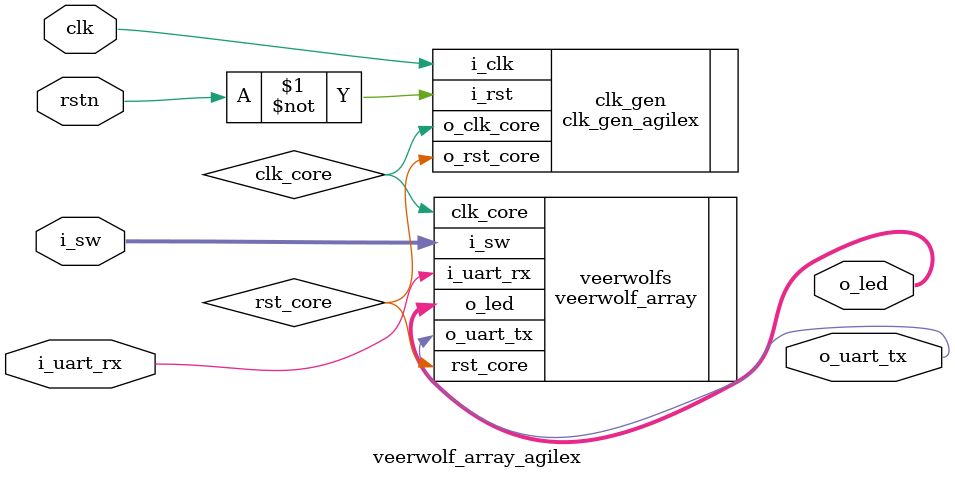
<source format=v>


`default_nettype none
module veerwolf_array_agilex
  #(parameter bootrom_file = "array_rom.vh",
    parameter cpu_type = "EL2")
   (input wire 	       clk,
    input wire 	       rstn,
    input wire 	       i_uart_rx,
    output wire        o_uart_tx,
    input wire [15:0]  i_sw,
    output reg [15:0]  o_led);

   wire [63:0] 	       gpio_out;
   reg [15:0] 	       led_int_r;

   wire 	 clk_core;
   wire 	 rst_core;

   clk_gen_agilex
     #(.CPU_TYPE (cpu_type))
   clk_gen
     (.i_clk (clk),
      .i_rst (~rstn),
      .o_clk_core (clk_core),
      .o_rst_core (rst_core));

   veerwolf_array
     #(.array_code (bootrom_file))
   veerwolfs
    (.clk_core (clk_core),
     .rst_core (rst_core),
     .i_uart_rx (i_uart_rx),
     .o_uart_tx (o_uart_tx),
     .i_sw (i_sw),
     .o_led (o_led));

endmodule

</source>
